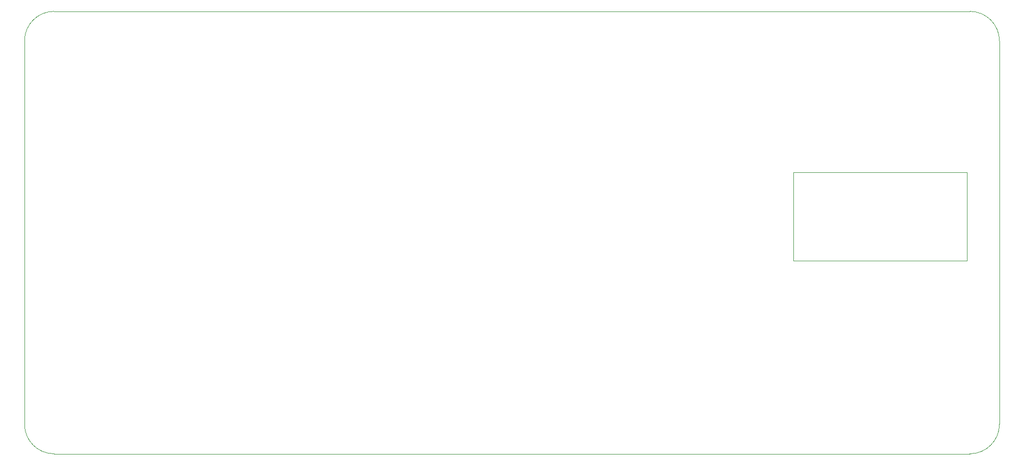
<source format=gm1>
G04 #@! TF.GenerationSoftware,KiCad,Pcbnew,8.0.2*
G04 #@! TF.CreationDate,2024-05-04T10:06:42+05:30*
G04 #@! TF.ProjectId,macroglider,6d616372-6f67-46c6-9964-65722e6b6963,V1*
G04 #@! TF.SameCoordinates,Original*
G04 #@! TF.FileFunction,Profile,NP*
%FSLAX46Y46*%
G04 Gerber Fmt 4.6, Leading zero omitted, Abs format (unit mm)*
G04 Created by KiCad (PCBNEW 8.0.2) date 2024-05-04 10:06:42*
%MOMM*%
%LPD*%
G01*
G04 APERTURE LIST*
G04 #@! TA.AperFunction,Profile*
%ADD10C,0.050000*%
G04 #@! TD*
G04 #@! TA.AperFunction,Profile*
%ADD11C,0.100000*%
G04 #@! TD*
G04 APERTURE END LIST*
D10*
X75000000Y-60000000D02*
G75*
G02*
X80000000Y-55000000I5000000J0D01*
G01*
X80000000Y-130000000D02*
G75*
G02*
X75000000Y-125000000I0J5000000D01*
G01*
X80000000Y-130000000D02*
X235000000Y-130000000D01*
X80000000Y-55000000D02*
X235000000Y-55000000D01*
X240000000Y-125000000D02*
G75*
G02*
X235000000Y-130000000I-5000000J0D01*
G01*
X75000000Y-125000000D02*
X75000000Y-60000000D01*
X235000000Y-55000000D02*
G75*
G02*
X240000000Y-60000000I0J-5000000D01*
G01*
X240000000Y-125000000D02*
X240000000Y-60000000D01*
D11*
X205095000Y-82300000D02*
X234525000Y-82300000D01*
X234525000Y-97310000D01*
X205095000Y-97310000D01*
X205095000Y-82300000D01*
M02*

</source>
